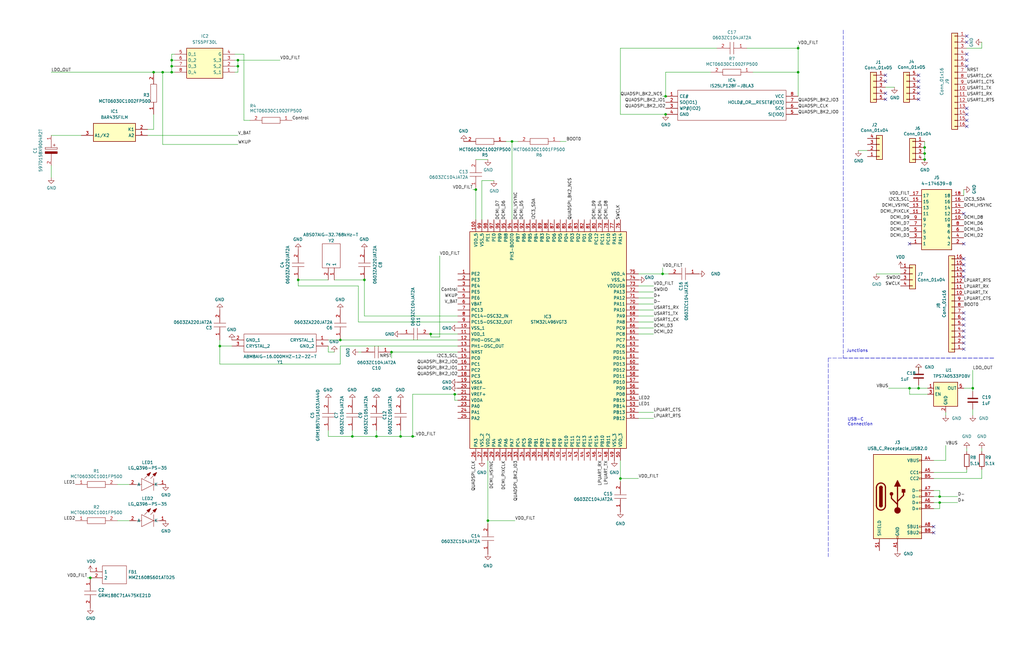
<source format=kicad_sch>
(kicad_sch (version 20231120) (generator "eeschema") (generator_version "8.0")
  (paper "User" 431.8 279.4)
  (junction (at 158.75 184.15))
  (junction (at 125.73 118.11))
  (junction (at 173.99 184.15))
  (junction (at 279.4 115.57))
  (junction (at 387.35 163.83))
  (junction (at 64.77 30.48))
  (junction (at 181.61 140.97))
  (junction (at 280.67 40.64))
  (junction (at 261.62 201.93))
  (junction (at 72.39 25.4))
  (junction (at 200.66 80.01))
  (junction (at 100.33 25.4))
  (junction (at 165.1 148.59))
  (junction (at 100.33 27.94))
  (junction (at 215.9 59.69))
  (junction (at 38.1 243.84))
  (junction (at 168.91 184.15))
  (junction (at 68.58 30.48))
  (junction (at 396.24 209.55))
  (junction (at 389.89 67.31))
  (junction (at 153.67 118.11))
  (junction (at 383.54 163.83))
  (junction (at 280.67 48.26))
  (junction (at 389.89 64.77))
  (junction (at 389.89 62.23))
  (junction (at 191.77 166.37))
  (junction (at 143.51 143.51))
  (junction (at 410.21 163.83))
  (junction (at 92.71 146.05))
  (junction (at 72.39 30.48))
  (junction (at 72.39 27.94))
  (junction (at 396.24 212.09))
  (junction (at 148.59 184.15))
  (junction (at 336.55 20.32))
  (junction (at 205.74 219.71))
  (junction (at 336.55 30.48))
  (no_connect (at 406.4 132.08))
  (no_connect (at 406.4 111.76))
  (no_connect (at 407.67 48.26))
  (no_connect (at 407.67 25.4))
  (no_connect (at 383.54 102.87))
  (no_connect (at 387.35 31.75))
  (no_connect (at 387.35 41.91))
  (no_connect (at 406.4 134.62))
  (no_connect (at 406.4 109.22))
  (no_connect (at 406.4 102.87))
  (no_connect (at 406.4 139.7))
  (no_connect (at 406.4 142.24))
  (no_connect (at 373.38 41.91))
  (no_connect (at 373.38 34.29))
  (no_connect (at 407.67 27.94))
  (no_connect (at 407.67 15.24))
  (no_connect (at 393.7 224.79))
  (no_connect (at 393.7 222.25))
  (no_connect (at 406.4 137.16))
  (no_connect (at 406.4 147.32))
  (no_connect (at 406.4 114.3))
  (no_connect (at 407.67 45.72))
  (no_connect (at 406.4 90.17))
  (no_connect (at 373.38 39.37))
  (no_connect (at 387.35 36.83))
  (no_connect (at 407.67 53.34))
  (no_connect (at 406.4 116.84))
  (no_connect (at 373.38 31.75))
  (no_connect (at 407.67 22.86))
  (no_connect (at 406.4 144.78))
  (no_connect (at 407.67 17.78))
  (no_connect (at 387.35 34.29))
  (no_connect (at 387.35 39.37))
  (no_connect (at 407.67 50.8))
  (wire (pts (xy 389.89 67.31) (xy 389.89 64.77)))
  (wire (pts (xy 100.33 25.4) (xy 118.11 25.4)))
  (wire (pts (xy 100.33 30.48) (xy 99.06 30.48)))
  (wire (pts (xy 165.1 151.13) (xy 165.1 148.59)))
  (wire (pts (xy 369.57 115.57) (xy 379.73 115.57)))
  (wire (pts (xy 261.62 48.26) (xy 261.62 20.32)))
  (wire (pts (xy 173.99 184.15) (xy 168.91 184.15)))
  (wire (pts (xy 68.58 30.48) (xy 68.58 60.96)))
  (wire (pts (xy 396.24 212.09) (xy 403.86 212.09)))
  (wire (pts (xy 72.39 27.94) (xy 73.66 27.94)))
  (wire (pts (xy 64.77 30.48) (xy 68.58 30.48)))
  (wire (pts (xy 143.51 146.05) (xy 193.04 146.05)))
  (wire (pts (xy 102.87 50.8) (xy 105.41 50.8)))
  (wire (pts (xy 410.21 163.83) (xy 410.21 165.1)))
  (wire (pts (xy 383.54 166.37) (xy 383.54 163.83)))
  (wire (pts (xy 38.1 243.84) (xy 36.83 243.84)))
  (wire (pts (xy 200.66 80.01) (xy 199.39 80.01)))
  (polyline (pts (xy 349.25 151.13) (xy 349.25 234.95)) (stroke (width 0) (type dash)))
  (wire (pts (xy 102.87 22.86) (xy 102.87 50.8)))
  (wire (pts (xy 391.16 166.37) (xy 383.54 166.37)))
  (wire (pts (xy 275.59 125.73) (xy 269.24 125.73)))
  (wire (pts (xy 275.59 130.81) (xy 269.24 130.81)))
  (wire (pts (xy 280.67 40.64) (xy 279.4 40.64)))
  (wire (pts (xy 215.9 59.69) (xy 215.9 92.71)))
  (wire (pts (xy 72.39 25.4) (xy 73.66 25.4)))
  (polyline (pts (xy 355.6 151.13) (xy 419.1 151.13)) (stroke (width 0) (type dash)))
  (wire (pts (xy 205.74 219.71) (xy 217.17 219.71)))
  (wire (pts (xy 151.13 135.89) (xy 193.04 135.89)))
  (wire (pts (xy 72.39 25.4) (xy 72.39 27.94)))
  (wire (pts (xy 200.66 67.31) (xy 205.74 67.31)))
  (wire (pts (xy 396.24 209.55) (xy 403.86 209.55)))
  (wire (pts (xy 275.59 133.35) (xy 269.24 133.35)))
  (wire (pts (xy 100.33 27.94) (xy 100.33 30.48)))
  (wire (pts (xy 407.67 189.23) (xy 407.67 190.5)))
  (wire (pts (xy 215.9 59.69) (xy 218.44 59.69)))
  (wire (pts (xy 151.13 148.59) (xy 152.4 148.59)))
  (wire (pts (xy 269.24 201.93) (xy 261.62 201.93)))
  (wire (pts (xy 72.39 30.48) (xy 73.66 30.48)))
  (wire (pts (xy 191.77 166.37) (xy 193.04 166.37)))
  (wire (pts (xy 393.7 194.31) (xy 398.78 194.31)))
  (wire (pts (xy 275.59 173.99) (xy 269.24 173.99)))
  (wire (pts (xy 62.23 57.15) (xy 100.33 57.15)))
  (wire (pts (xy 336.55 20.32) (xy 336.55 30.48)))
  (wire (pts (xy 407.67 199.39) (xy 407.67 198.12)))
  (wire (pts (xy 181.61 142.24) (xy 181.61 140.97)))
  (wire (pts (xy 261.62 20.32) (xy 302.26 20.32)))
  (wire (pts (xy 49.53 219.71) (xy 54.61 219.71)))
  (wire (pts (xy 410.21 156.21) (xy 410.21 163.83)))
  (wire (pts (xy 336.55 40.64) (xy 336.55 30.48)))
  (wire (pts (xy 389.89 62.23) (xy 389.89 59.69)))
  (wire (pts (xy 173.99 184.15) (xy 173.99 166.37)))
  (wire (pts (xy 138.43 118.11) (xy 125.73 118.11)))
  (wire (pts (xy 414.02 189.23) (xy 414.02 190.5)))
  (wire (pts (xy 158.75 181.61) (xy 158.75 184.15)))
  (wire (pts (xy 203.2 92.71) (xy 203.2 76.2)))
  (wire (pts (xy 21.59 74.93) (xy 21.59 69.85)))
  (wire (pts (xy 393.7 199.39) (xy 407.67 199.39)))
  (wire (pts (xy 398.78 175.26) (xy 398.78 173.99)))
  (wire (pts (xy 185.42 142.24) (xy 181.61 142.24)))
  (wire (pts (xy 280.67 48.26) (xy 261.62 48.26)))
  (wire (pts (xy 140.97 148.59) (xy 138.43 148.59)))
  (wire (pts (xy 398.78 194.31) (xy 398.78 187.96)))
  (wire (pts (xy 68.58 30.48) (xy 72.39 30.48)))
  (wire (pts (xy 406.4 80.01) (xy 406.4 82.55)))
  (wire (pts (xy 143.51 153.67) (xy 92.71 153.67)))
  (wire (pts (xy 275.59 123.19) (xy 269.24 123.19)))
  (wire (pts (xy 377.19 36.83) (xy 373.38 36.83)))
  (wire (pts (xy 99.06 27.94) (xy 100.33 27.94)))
  (wire (pts (xy 393.7 214.63) (xy 396.24 214.63)))
  (wire (pts (xy 275.59 140.97) (xy 269.24 140.97)))
  (wire (pts (xy 275.59 135.89) (xy 269.24 135.89)))
  (polyline (pts (xy 419.1 151.13) (xy 349.25 151.13)) (stroke (width 0) (type dash)))
  (wire (pts (xy 387.35 163.83) (xy 391.16 163.83)))
  (wire (pts (xy 165.1 148.59) (xy 193.04 148.59)))
  (wire (pts (xy 205.74 194.31) (xy 205.74 219.71)))
  (wire (pts (xy 393.7 212.09) (xy 396.24 212.09)))
  (wire (pts (xy 387.35 154.94) (xy 387.35 156.21)))
  (wire (pts (xy 336.55 30.48) (xy 317.5 30.48)))
  (wire (pts (xy 97.79 146.05) (xy 92.71 146.05)))
  (wire (pts (xy 68.58 60.96) (xy 100.33 60.96)))
  (wire (pts (xy 173.99 184.15) (xy 175.26 184.15)))
  (wire (pts (xy 21.59 30.48) (xy 64.77 30.48)))
  (wire (pts (xy 138.43 148.59) (xy 138.43 146.05)))
  (wire (pts (xy 73.66 22.86) (xy 72.39 22.86)))
  (wire (pts (xy 279.4 115.57) (xy 281.94 115.57)))
  (wire (pts (xy 49.53 204.47) (xy 54.61 204.47)))
  (wire (pts (xy 407.67 20.32) (xy 414.02 20.32)))
  (wire (pts (xy 64.77 48.26) (xy 64.77 54.61)))
  (wire (pts (xy 92.71 146.05) (xy 92.71 143.51)))
  (wire (pts (xy 148.59 181.61) (xy 148.59 184.15)))
  (wire (pts (xy 365.76 63.5) (xy 361.95 63.5)))
  (wire (pts (xy 138.43 184.15) (xy 138.43 181.61)))
  (wire (pts (xy 191.77 168.91) (xy 191.77 166.37)))
  (wire (pts (xy 406.4 163.83) (xy 410.21 163.83)))
  (wire (pts (xy 72.39 22.86) (xy 72.39 25.4)))
  (wire (pts (xy 387.35 162.56) (xy 387.35 163.83)))
  (wire (pts (xy 153.67 118.11) (xy 140.97 118.11)))
  (wire (pts (xy 205.74 219.71) (xy 205.74 220.98)))
  (wire (pts (xy 275.59 176.53) (xy 269.24 176.53)))
  (wire (pts (xy 191.77 166.37) (xy 173.99 166.37)))
  (wire (pts (xy 383.54 163.83) (xy 387.35 163.83)))
  (wire (pts (xy 168.91 181.61) (xy 168.91 184.15)))
  (wire (pts (xy 185.42 107.95) (xy 185.42 142.24)))
  (wire (pts (xy 374.65 163.83) (xy 383.54 163.83)))
  (wire (pts (xy 92.71 153.67) (xy 92.71 146.05)))
  (wire (pts (xy 275.59 138.43) (xy 269.24 138.43)))
  (wire (pts (xy 143.51 146.05) (xy 143.51 153.67)))
  (wire (pts (xy 280.67 30.48) (xy 299.72 30.48)))
  (wire (pts (xy 389.89 64.77) (xy 389.89 62.23)))
  (wire (pts (xy 148.59 184.15) (xy 138.43 184.15)))
  (wire (pts (xy 200.66 92.71) (xy 200.66 80.01)))
  (wire (pts (xy 62.23 54.61) (xy 64.77 54.61)))
  (wire (pts (xy 261.62 201.93) (xy 261.62 203.2)))
  (wire (pts (xy 275.59 128.27) (xy 269.24 128.27)))
  (wire (pts (xy 213.36 59.69) (xy 215.9 59.69)))
  (wire (pts (xy 151.13 135.89) (xy 151.13 120.65)))
  (wire (pts (xy 280.67 40.64) (xy 280.67 30.48)))
  (wire (pts (xy 414.02 201.93) (xy 414.02 198.12)))
  (wire (pts (xy 279.4 113.03) (xy 279.4 115.57)))
  (wire (pts (xy 393.7 207.01) (xy 396.24 207.01)))
  (wire (pts (xy 181.61 140.97) (xy 193.04 140.97)))
  (wire (pts (xy 125.73 120.65) (xy 125.73 118.11)))
  (wire (pts (xy 143.51 143.51) (xy 193.04 143.51)))
  (wire (pts (xy 396.24 212.09) (xy 396.24 214.63)))
  (wire (pts (xy 99.06 25.4) (xy 100.33 25.4)))
  (wire (pts (xy 261.62 194.31) (xy 261.62 201.93)))
  (polyline (pts (xy 355.6 12.7) (xy 355.6 151.13)) (stroke (width 0) (type dash)))
  (wire (pts (xy 193.04 168.91) (xy 191.77 168.91)))
  (wire (pts (xy 414.02 20.32) (xy 414.02 17.78)))
  (wire (pts (xy 143.51 143.51) (xy 138.43 143.51)))
  (wire (pts (xy 396.24 209.55) (xy 393.7 209.55)))
  (wire (pts (xy 269.24 115.57) (xy 279.4 115.57)))
  (wire (pts (xy 100.33 25.4) (xy 100.33 27.94)))
  (wire (pts (xy 393.7 201.93) (xy 414.02 201.93)))
  (wire (pts (xy 238.76 59.69) (xy 236.22 59.69)))
  (wire (pts (xy 168.91 184.15) (xy 158.75 184.15)))
  (wire (pts (xy 203.2 76.2) (xy 208.28 76.2)))
  (wire (pts (xy 151.13 120.65) (xy 125.73 120.65)))
  (wire (pts (xy 275.59 120.65) (xy 269.24 120.65)))
  (wire (pts (xy 314.96 20.32) (xy 336.55 20.32)))
  (wire (pts (xy 410.21 175.26) (xy 410.21 172.72)))
  (wire (pts (xy 72.39 27.94) (xy 72.39 30.48)))
  (wire (pts (xy 336.55 20.32) (xy 336.55 19.05)))
  (wire (pts (xy 153.67 133.35) (xy 153.67 118.11)))
  (wire (pts (xy 153.67 133.35) (xy 193.04 133.35)))
  (wire (pts (xy 158.75 184.15) (xy 148.59 184.15)))
  (wire (pts (xy 21.59 57.15) (xy 34.29 57.15)))
  (wire (pts (xy 99.06 22.86) (xy 102.87 22.86)))
  (wire (pts (xy 396.24 207.01) (xy 396.24 209.55)))
  (text "Junctions" (at 356.87 148.844 0) (effects (font (size 1.27 1.27)) (justify left bottom)))
  (text "USB-C \nConnection" (at 357.378 179.832 0) (effects (font (size 1.27 1.27)) (justify left bottom)))
  (label "LPUART_TX" (at 406.4 124.46 0))
  (label "D-" (at 403.86 209.55 0))
  (label "DCMI_D9" (at 383.54 92.71 180))
  (label "QUADSPI_BK2_IO0" (at 193.04 153.67 180))
  (label "VDD_FILT" (at 199.39 80.01 180))
  (label "QUADSPI_BK2_IO1" (at 280.67 43.18 180))
  (label "VDD_FILT" (at 269.24 201.93 0))
  (label "USART1_CTS" (at 407.67 35.56 0))
  (label "DCMI_D5" (at 383.54 97.79 180))
  (label "VDD_FILT" (at 175.26 184.15 0))
  (label "QUADSPI_BK2_IO2" (at 193.04 158.75 180))
  (label "VBUS" (at 398.78 187.96 0))
  (label "USART1_RX" (at 407.67 40.64 0))
  (label "QUADSPI_BK2_IO1" (at 193.04 156.21 180))
  (label "DCMI_PIXCLK" (at 213.36 194.31 270))
  (label "SWCLK" (at 261.62 92.71 90))
  (label "I2C3_SDA" (at 226.06 92.71 90))
  (label "I2C3_SDA" (at 406.4 85.09 0))
  (label "DCMI_D5" (at 220.98 92.71 90))
  (label "VDD_FILT" (at 36.83 243.84 180))
  (label "NRST" (at 407.67 30.48 0))
  (label "DCMI_D2" (at 275.59 140.97 0))
  (label "DCMI_D7" (at 383.54 95.25 180))
  (label "DCMI_VSYNC" (at 383.54 87.63 180))
  (label "LED2" (at 31.75 219.71 180))
  (label "D+" (at 403.86 212.09 0))
  (label "QUADSPI_CLK" (at 200.66 194.31 270))
  (label "VDD_FILT" (at 279.4 113.03 0))
  (label "LPUART_RX" (at 406.4 121.92 0))
  (label "D+" (at 275.59 125.73 0))
  (label "DCMI_D3" (at 383.54 100.33 180))
  (label "I2C3_SCL" (at 383.54 85.09 180))
  (label "VDD_FILT" (at 118.11 25.4 0))
  (label "V_BAT" (at 193.04 128.27 180))
  (label "QUADSPI_BK2_IO2" (at 280.67 45.72 180))
  (label "VBUS" (at 374.65 163.83 180))
  (label "Control" (at 123.19 50.8 0))
  (label "LPUART_RTS" (at 275.59 176.53 0))
  (label "I2C3_SCL" (at 193.04 151.13 180))
  (label "LDO_OUT" (at 21.59 30.48 0))
  (label "VDD_FILT" (at 275.59 120.65 0))
  (label "VDD_FILT" (at 336.55 19.05 0))
  (label "DCMI_PIXCLK" (at 383.54 90.17 180))
  (label "BOOT0" (at 406.4 129.54 0))
  (label "QUADSPI_BK2_IO3" (at 218.44 194.31 270))
  (label "QUADSPI_CLK" (at 336.55 45.72 0))
  (label "QUADSPI_BK2_IO3" (at 336.55 43.18 0))
  (label "LPUART_RTS" (at 406.4 119.38 0))
  (label "WKUP" (at 100.33 60.96 0))
  (label "BOOT0" (at 238.76 59.69 0))
  (label "SWDIO" (at 275.59 123.19 0))
  (label "DCMI_D3" (at 275.59 138.43 0))
  (label "VDD_FILT" (at 217.17 219.71 0))
  (label "USART1_CK" (at 407.67 33.02 0))
  (label "LPUART_TX" (at 256.54 194.31 270))
  (label "VDD_FILT" (at 383.54 82.55 180))
  (label "DCMI_VSYNC" (at 218.44 92.71 90))
  (label "Control" (at 193.04 123.19 180))
  (label "USART1_TX" (at 275.59 133.35 0))
  (label "LED1" (at 31.75 204.47 180))
  (label "DCMI_D8" (at 406.4 92.71 0))
  (label "WKUP" (at 193.04 125.73 180))
  (label "LPUART_RX" (at 254 194.31 270))
  (label "SWCLK" (at 379.73 120.65 180))
  (label "DCMI_D2" (at 406.4 100.33 0))
  (label "DCMI_D6" (at 213.36 92.71 90))
  (label "DCMI_D7" (at 210.82 92.71 90))
  (label "DCMI_HSYNC" (at 208.28 194.31 270))
  (label "LED2" (at 269.24 168.91 0))
  (label "DCMI_D4" (at 406.4 97.79 0))
  (label "DCMI_D4" (at 254 92.71 90))
  (label "SWDIO" (at 379.73 118.11 180))
  (label "V_BAT" (at 100.33 57.15 0))
  (label "DCMI_D9" (at 251.46 92.71 90))
  (label "DCMI_D8" (at 256.54 92.71 90))
  (label "D-" (at 275.59 128.27 0))
  (label "DCMI_HSYNC" (at 406.4 87.63 0))
  (label "USART1_TX" (at 407.67 38.1 0))
  (label "USART1_RTS" (at 407.67 43.18 0))
  (label "USART1_CK" (at 275.59 135.89 0))
  (label "LDO_OUT" (at 410.21 156.21 0))
  (label "DCMI_D6" (at 406.4 95.25 0))
  (label "LPUART_CTS" (at 275.59 173.99 0))
  (label "QUADSPI_BK2_IO0" (at 336.55 48.26 0))
  (label "LED1" (at 269.24 171.45 0))
  (label "USART1_RX" (at 275.59 130.81 0))
  (label "NRST" (at 165.1 151.13 180))
  (label "LPUART_CTS" (at 406.4 127 0))
  (label "VDD_FILT" (at 185.42 107.95 0))
  (label "QUADSPI_BK2_NCS" (at 279.4 40.64 180))
  (label "QUADSPI_BK2_NCS" (at 241.3 92.71 90))
  (symbol (lib_id "ta-expt:597D158X9004R2T") (at 21.59 57.15 270) (unit 1)
    (property "Reference" "C1" (at 14.8082 63.5 0))
    (property "Value" "597D158X9004R2T" (at 17.1196 63.5 0))
    (property "Footprint" "ta-expt-v2-100:CAPPC5660X400N" (effects (hide yes)))
    (property "Datasheet" "http://www.vishay.com/doc?40047" (effects (hide yes)))
    (property "Description" "Solid Tantalum Chip Capacitors TANTAMOUNT(TM), Ultra-Low ESR, Conformal Coated, Maximum CV" (effects (hide yes)))
    (property "Height" "4" (effects (hide yes)))
    (property "Manufacturer_Name" "Vishay" (effects (hide yes)))
    (property "Manufacturer_Part_Number" "597D158X9004R2T" (effects (hide yes)))
    (property "Arrow Part Number" "597D158X9004R2T" (effects (hide yes)))
    (property "Arrow Price/Stock" "https://www.arrow.com/en/products/597d158x9004r2t/vishay" (effects (hide yes)))
    (property "Mouser Part Number" "71-597D158X9004R2T" (effects (hide yes)))
    (property "Mouser Price/Stock" "https://www.mouser.com/Search/Refine.aspx?Keyword=71-597D158X9004R2T" (effects (hide yes)))
  )
  (symbol (lib_id "power:GND") (at 21.59 74.93 0) (unit 1)
    (property "Reference" "#PWR01" (effects (hide yes)))
    (property "Value" "GND" (at 21.717 79.3242 0))
  )
  (symbol (lib_id "ta-expt:IS25LP128F-JBLA3") (at 280.67 40.64 0) (unit 1)
    (property "Reference" "IC4" (at 308.61 33.909 0))
    (property "Value" "IS25LP128F-JBLA3" (at 308.61 36.2204 0))
    (property "Footprint" "ta-expt-v2-100:SOIC127P790X216-8N" (effects (hide yes)))
    (property "Datasheet" "http://www.issi.com/WW/pdf/25LP-WP128F.pdf" (effects (hide yes)))
    (property "Description" "NOR Flash 128M 2.3-3.6V 166Mhz Serial NOR Flash" (effects (hide yes)))
    (property "Height" "2.16" (effects (hide yes)))
    (property "Manufacturer_Name" "Integrated Silicon Solution Inc." (effects (hide yes)))
    (property "Manufacturer_Part_Number" "IS25LP128F-JBLA3" (effects (hide yes)))
    (property "Arrow Part Number" "IS25LP128F-JBLA3" (effects (hide yes)))
    (property "Arrow Price/Stock" "https://www.arrow.com/en/products/is25lp128f-jbla3/integrated-silicon-solution-inc" (effects (hide yes)))
    (property "Mouser Part Number" "870-IS25LP128F-JBLA3" (effects (hide yes)))
    (property "Mouser Price/Stock" "https://www.mouser.co.uk/ProductDetail/ISSI/IS25LP128F-JBLA3?qs=f9yNj16SXrJUIEEJAN4gHA%3D%3D" (effects (hide yes)))
  )
  (symbol (lib_id "ta-expt:0603ZC104JAT2A") (at 314.96 20.32 0) (mirror y) (unit 1)
    (property "Reference" "C17" (at 308.61 13.589 0))
    (property "Value" "0603ZC104JAT2A" (at 308.61 15.9004 0))
    (property "Footprint" "ta-expt-v2-100:CAPC1608X90N" (effects (hide yes)))
    (property "Datasheet" "https://componentsearchengine.com/Datasheets/1/06031A100FAT2A.pdf" (effects (hide yes)))
    (property "Description" "Multilayer Ceramic Capacitors MLCC - SMD/SMT 10V .1uF X7R 0603 5%" (effects (hide yes)))
    (property "Height" "0.9" (effects (hide yes)))
    (property "Manufacturer_Name" "AVX" (effects (hide yes)))
    (property "Manufacturer_Part_Number" "0603ZC104JAT2A" (effects (hide yes)))
    (property "Arrow Part Number" "0603ZC104JAT2A" (effects (hide yes)))
    (property "Mouser Part Number" "581-0603ZC104JAT2A" (effects (hide yes)))
    (property "Mouser Price/Stock" "https://www.mouser.com/Search/Refine.aspx?Keyword=581-0603ZC104JAT2A" (effects (hide yes)))
  )
  (symbol (lib_id "ta-expt:MCT06030C1002FP500") (at 317.5 30.48 0) (mirror y) (unit 1)
    (property "Reference" "R7" (at 308.61 24.765 0))
    (property "Value" "MCT06030C1002FP500" (at 308.61 27.0764 0))
    (property "Footprint" "ta-expt-v2-100:RESC1608X55N" (effects (hide yes)))
    (property "Datasheet" "http://www.vishay.com/docs/28705/mcx0x0xpro.pdf" (effects (hide yes)))
    (property "Description" "Thin Film Resistors - SMD .1W 10Kohms 1% 0603 50ppm Auto" (effects (hide yes)))
    (property "Height" "0.55" (effects (hide yes)))
    (property "Manufacturer_Name" "Vishay" (effects (hide yes)))
    (property "Manufacturer_Part_Number" "MCT06030C1002FP500" (effects (hide yes)))
    (property "Arrow Part Number" "MCT06030C1002FP500" (effects (hide yes)))
    (property "Mouser Part Number" "594-MCT06030C1002FP5" (effects (hide yes)))
    (property "Mouser Price/Stock" "https://www.mouser.co.uk/ProductDetail/Vishay-Beyschlag/MCT06030C1002FP500?qs=Wvg1umJc15zoHgIjwqoGHw%3D%3D" (effects (hide yes)))
  )
  (symbol (lib_id "Connector_Generic:Conn_01x16") (at 401.32 129.54 180) (unit 1)
    (property "Reference" "J8" (at 395.732 129.032 90))
    (property "Value" "Conn_01x16" (at 398.1196 128.1684 90))
    (property "Footprint" "ta-expt-v2-100:PinSocket_1x16_TartanArtibeus" (effects (hide yes)))
  )
  (symbol (lib_id "Connector_Generic:Conn_01x16") (at 402.59 33.02 0) (mirror y) (unit 1)
    (property "Reference" "J9" (at 399.415 34.3916 90))
    (property "Value" "Conn_01x16" (at 397.1036 34.3916 90))
    (property "Footprint" "ta-expt-v2-100:PinSocket_1x16_TartanArtibeus" (effects (hide yes)))
  )
  (symbol (lib_id "power:GND") (at 414.02 17.78 270) (unit 1)
    (property "Reference" "#PWR042" (effects (hide yes)))
    (property "Value" "GND" (at 409.6258 17.907 0))
  )
  (symbol (lib_id "ta-expt:MCT06030C1001FP500") (at 31.75 204.47 0) (unit 1)
    (property "Reference" "R1" (at 40.64 198.755 0))
    (property "Value" "MCT06030C1001FP500" (at 40.64 201.0664 0))
    (property "Footprint" "ta-expt-v2-100:RESC1608X55N" (effects (hide yes)))
    (property "Datasheet" "http://www.vishay.com/docs/28705/mcx0x0xpro.pdf" (effects (hide yes)))
    (property "Description" "Thin Film Resistors - SMD .1W 1Kohm 1% 0603 50ppm Auto" (effects (hide yes)))
    (property "Height" "0.55" (effects (hide yes)))
    (property "Manufacturer_Name" "Vishay" (effects (hide yes)))
    (property "Manufacturer_Part_Number" "MCT06030C1001FP500" (effects (hide yes)))
    (property "Arrow Part Number" "MCT06030C1001FP500" (effects (hide yes)))
    (property "Mouser Part Number" "594-MCT06030C1001FP5" (effects (hide yes)))
    (property "Mouser Price/Stock" "https://www.mouser.co.uk/ProductDetail/Vishay-Beyschlag/MCT06030C1001FP500?qs=7ZE6F4QMOBbsjeUdqW8cwA%3D%3D" (effects (hide yes)))
  )
  (symbol (lib_id "ta-expt:MCT06030C1001FP500") (at 31.75 219.71 0) (unit 1)
    (property "Reference" "R2" (at 40.64 213.995 0))
    (property "Value" "MCT06030C1001FP500" (at 40.64 216.3064 0))
    (property "Footprint" "ta-expt-v2-100:RESC1608X55N" (effects (hide yes)))
    (property "Datasheet" "http://www.vishay.com/docs/28705/mcx0x0xpro.pdf" (effects (hide yes)))
    (property "Description" "Thin Film Resistors - SMD .1W 1Kohm 1% 0603 50ppm Auto" (effects (hide yes)))
    (property "Height" "0.55" (effects (hide yes)))
    (property "Manufacturer_Name" "Vishay" (effects (hide yes)))
    (property "Manufacturer_Part_Number" "MCT06030C1001FP500" (effects (hide yes)))
    (property "Arrow Part Number" "MCT06030C1001FP500" (effects (hide yes)))
    (property "Mouser Part Number" "594-MCT06030C1001FP5" (effects (hide yes)))
    (property "Mouser Price/Stock" "https://www.mouser.co.uk/ProductDetail/Vishay-Beyschlag/MCT06030C1001FP500?qs=7ZE6F4QMOBbsjeUdqW8cwA%3D%3D" (effects (hide yes)))
  )
  (symbol (lib_id "ta-expt:LG_Q396-PS-35") (at 69.85 204.47 0) (mirror y) (unit 1)
    (property "Reference" "LED1" (at 62.23 195.1482 0))
    (property "Value" "LG_Q396-PS-35" (at 62.23 197.4596 0))
    (property "Footprint" "ta-expt-v2-100:LGQ396PS35" (effects (hide yes)))
    (property "Datasheet" "https://mouser.componentsearchengine.com/Datasheets/2/LG%20Q396-PS-35.pdf" (effects (hide yes)))
    (property "Description" "CHIPLED 0603 GREEN" (effects (hide yes)))
    (property "Height" "0.4" (effects (hide yes)))
    (property "Manufacturer_Name" "OSRAM" (effects (hide yes)))
    (property "Manufacturer_Part_Number" "LG Q396-PS-35" (effects (hide yes)))
    (property "Arrow Part Number" "LG Q396-PS-35" (effects (hide yes)))
    (property "Arrow Price/Stock" "https://www.arrow.com/en/products/lgq396-ps-35/osram-opto-semiconductors" (effects (hide yes)))
    (property "Mouser Part Number" "720-LGQ396A3964" (effects (hide yes)))
    (property "Mouser Price/Stock" "https://www.mouser.co.uk/ProductDetail/OSRAM-Opto-Semiconductors/LG-Q396-PS-35?qs=xC%252BE9h5iuX5%252BCocujXxOpw%3D%3D" (effects (hide yes)))
  )
  (symbol (lib_id "power:GND") (at 69.85 204.47 0) (unit 1)
    (property "Reference" "#PWR04" (effects (hide yes)))
    (property "Value" "GND" (at 69.977 208.8642 0))
  )
  (symbol (lib_id "ta-expt:LG_Q396-PS-35") (at 69.85 219.71 0) (mirror y) (unit 1)
    (property "Reference" "LED2" (at 62.23 210.3882 0))
    (property "Value" "LG_Q396-PS-35" (at 62.23 212.6996 0))
    (property "Footprint" "ta-expt-v2-100:LGQ396PS35" (effects (hide yes)))
    (property "Datasheet" "https://mouser.componentsearchengine.com/Datasheets/2/LG%20Q396-PS-35.pdf" (effects (hide yes)))
    (property "Description" "CHIPLED 0603 GREEN" (effects (hide yes)))
    (property "Height" "0.4" (effects (hide yes)))
    (property "Manufacturer_Name" "OSRAM" (effects (hide yes)))
    (property "Manufacturer_Part_Number" "LG Q396-PS-35" (effects (hide yes)))
    (property "Arrow Part Number" "LG Q396-PS-35" (effects (hide yes)))
    (property "Arrow Price/Stock" "https://www.arrow.com/en/products/lgq396-ps-35/osram-opto-semiconductors" (effects (hide yes)))
    (property "Mouser Part Number" "720-LGQ396A3964" (effects (hide yes)))
    (property "Mouser Price/Stock" "https://www.mouser.co.uk/ProductDetail/OSRAM-Opto-Semiconductors/LG-Q396-PS-35?qs=xC%252BE9h5iuX5%252BCocujXxOpw%3D%3D" (effects (hide yes)))
  )
  (symbol (lib_id "power:GND") (at 69.85 219.71 0) (unit 1)
    (property "Reference" "#PWR05" (effects (hide yes)))
    (property "Value" "GND" (at 69.977 224.1042 0))
  )
  (symbol (lib_id "Connector_Generic:Conn_01x04") (at 384.81 115.57 0) (unit 1)
    (property "Reference" "J7" (at 386.842 115.7732 0) (effects (justify left)))
    (property "Value" "Conn_01x04" (at 386.842 118.0846 0) (effects (justify left)))
    (property "Footprint" "ta-expt-v2-100:PinSocket_4x1_TartanArtibeus" (effects (hide yes)))
  )
  (symbol (lib_id "power:GND") (at 369.57 115.57 0) (unit 1)
    (property "Reference" "#PWR032" (effects (hide yes)))
    (property "Value" "GND" (at 369.697 119.9642 0))
  )
  (symbol (lib_id "Connector_Generic:Conn_01x04") (at 370.84 63.5 0) (mirror x) (unit 1)
    (property "Reference" "J2" (at 368.7572 52.705 0))
    (property "Value" "Conn_01x04" (at 368.7572 55.0164 0))
    (property "Footprint" "ta-expt-v2-100:PinSocket_4x1_TartanArtibeus" (effects (hide yes)))
  )
  (symbol (lib_id "power:VDD") (at 379.73 113.03 0) (unit 1)
    (property "Reference" "#PWR035" (effects (hide yes)))
    (property "Value" "VDD" (at 379.73 108.458 0))
  )
  (symbol (lib_id "ta-expt:MMZ1608S601ATD25") (at 38.1 241.3 0) (unit 1)
    (property "Reference" "FB1" (at 54.0512 241.4016 0) (effects (justify left)))
    (property "Value" "MMZ1608S601ATD25" (at 54.0512 243.713 0) (effects (justify left)))
    (property "Footprint" "ta-expt-v2-100:BEADC1608X95N" (effects (hide yes)))
    (property "Datasheet" "https://datasheet.datasheetarchive.com/originals/dk/DKDS-25/489214.pdf" (effects (hide yes)))
    (property "Description" "Ferrite Beads Multi-Layer 600Ohm 25% 100MHz 500mA 350mOhm DCR 0603 Automotive T/R" (effects (hide yes)))
    (property "Height" "0.95" (effects (hide yes)))
    (property "Manufacturer_Name" "TDK" (effects (hide yes)))
    (property "Manufacturer_Part_Number" "MMZ1608S601ATD25" (effects (hide yes)))
    (property "Arrow Part Number" "MMZ1608S601ATD25" (effects (hide yes)))
    (property "Arrow Price/Stock" "https://www.arrow.com/en/products/mmz1608s601atd25/tdk" (effects (hide yes)))
    (property "Mouser Part Number" "810-MMZ1608S601ATD25" (effects (hide yes)))
    (property "Mouser Price/Stock" "https://www.mouser.com/Search/Refine.aspx?Keyword=810-MMZ1608S601ATD25" (effects (hide yes)))
  )
  (symbol (lib_id "Connector_Generic:Conn_01x05") (at 382.27 36.83 180) (unit 1)
    (property "Reference" "J4" (at 384.3528 26.035 0))
    (property "Value" "Conn_01x05" (at 384.3528 28.3464 0))
    (property "Footprint" "ta-expt-v2-100:PinSocket_1x5_TartanArtibeus" (effects (hide yes)))
  )
  (symbol (lib_id "ta-expt:GRM188C71A475KE21D") (at 38.1 243.84 270) (unit 1)
    (property "Reference" "C2" (at 41.3512 249.0216 90) (effects (justify left)))
    (property "Value" "GRM188C71A475KE21D" (at 41.3512 251.333 90) (effects (justify left)))
    (property "Footprint" "ta-expt-v2-100:CAPC1608X90N" (effects (hide yes)))
    (property "Description" "Multilayer Ceramic Capacitors MLCC - SMD/SMT" (effects (hide yes)))
    (property "Height" "0.9" (effects (hide yes)))
    (property "Manufacturer_Name" "Murata Electronics" (effects (hide yes)))
    (property "Manufacturer_Part_Number" "GRM188C71A475KE21D" (effects (hide yes)))
    (property "Arrow Part Number" "GRM188C71A475KE21D" (effects (hide yes)))
    (property "Mouser Part Number" "81-GRM188C71A475KE2D" (effects (hide yes)))
    (property "Mouser Price/Stock" "https://www.mouser.com/Search/Refine.aspx?Keyword=81-GRM188C71A475KE2D" (effects (hide yes)))
  )
  (symbol (lib_id "power:GND") (at 38.1 256.54 0) (unit 1)
    (property "Reference" "#PWR03" (effects (hide yes)))
    (property "Value" "GND" (at 38.227 260.9342 0))
  )
  (symbol (lib_id "power:VDD") (at 38.1 241.3 0) (unit 1)
    (property "Reference" "#PWR02" (effects (hide yes)))
    (property "Value" "VDD" (at 38.481 236.9058 0))
  )
  (symbol (lib_id "Connector_Generic:Conn_01x05") (at 368.3 36.83 0) (mirror y) (unit 1)
    (property "Reference" "J1" (at 370.3828 26.2382 0))
    (property "Value" "Conn_01x05" (at 370.3828 28.5496 0))
    (property "Footprint" "ta-expt-v2-100:PinSocket_1x5_TartanArtibeus" (effects (hide yes)))
  )
  (symbol (lib_id "power:GND") (at 361.95 63.5 0) (unit 1)
    (property "Reference" "#PWR031" (effects (hide yes)))
    (property "Value" "GND" (at 362.077 67.8942 0))
  )
  (symbol (lib_id "power:GND") (at 377.19 36.83 0) (unit 1)
    (property "Reference" "#PWR033" (effects (hide yes)))
    (property "Value" "GND" (at 377.317 41.2242 0))
  )
  (symbol (lib_id "power:GND") (at 280.67 48.26 0) (unit 1)
    (property "Reference" "#PWR029" (effects (hide yes)))
    (property "Value" "GND" (at 280.797 52.6542 0))
  )
  (symbol (lib_id "Connector_Generic:Conn_01x04") (at 384.81 62.23 0) (mirror y) (unit 1)
    (property "Reference" "J6" (at 386.8928 54.1782 0))
    (property "Value" "Conn_01x04" (at 386.8928 56.4896 0))
    (property "Footprint" "ta-expt-v2-100:MountingHoles_TartanArtibeus" (effects (hide yes)))
  )
  (symbol (lib_id "power:GND") (at 389.89 67.31 0) (unit 1)
    (property "Reference" "#PWR037" (effects (hide yes)))
    (property "Value" "GND" (at 390.017 71.7042 0))
  )
  (symbol (lib_id "ta-expt:0603ZC105JAT2A") (at 168.91 181.61 90) (unit 1)
    (property "Reference" "C12" (at 162.179 175.26 0))
    (property "Value" "0603ZC105JAT2A" (at 164.4904 175.26 0))
    (property "Footprint" "ta-expt-v2-100:CAPC1608X90N" (effects (hide yes)))
    (property "Datasheet" "https://componentsearchengine.com/Datasheets/1/06031A100FAT2A.pdf" (effects (hide yes)))
    (property "Description" "Multilayer Ceramic Capacitors MLCC - SMD/SMT FACTORY NOT ACCEPTING ORDERS" (effects (hide yes)))
    (property "Height" "0.9" (effects (hide yes)))
    (property "Manufacturer_Name" "AVX" (effects (hide yes)))
    (property "Manufacturer_Part_Number" "0603ZC105JAT2A" (effects (hide yes)))
    (property "Arrow Part Number" "0603ZC105JAT2A" (effects (hide yes)))
    (property "Arrow Price/Stock" "https://www.arrow.com/en/products/0603zc105jat2a/avx" (effects (hide yes)))
    (property "Mouser Part Number" "581-0603ZC105JAT2A" (effects (hide yes)))
    (property "Mouser Price/Stock" "https://www.mouser.com/Search/Refine.aspx?Keyword=581-0603ZC105JAT2A" (effects (hide yes)))
  )
  (symbol (lib_id "ta-expt:0603ZC104JAT2A") (at 205.74 233.68 270) (mirror x) (unit 1)
    (property "Reference" "C14" (at 202.4888 226.1616 90) (effects (justify right)))
    (property "Value" "0603ZC104JAT2A" (at 202.4888 228.473 90) (effects (justify right)))
    (property "Footprint" "ta-expt-v2-100:CAPC1608X90N" (effects (hide yes)))
    (property "Datasheet" "https://componentsearchengine.com/Datasheets/1/06031A100FAT2A.pdf" (effects (hide yes)))
    (property "Description" "Multilayer Ceramic Capacitors MLCC - SMD/SMT 10V .1uF X7R 0603 5%" (effects (hide yes)))
    (property "Height" "0.9" (effects (hide yes)))
    (property "Manufacturer_Name" "AVX" (effects (hide yes)))
    (property "Manufacturer_Part_Number" "0603ZC104JAT2A" (effects (hide yes)))
    (property "Arrow Part Number" "0603ZC104JAT2A" (effects (hide yes)))
    (property "Mouser Part Number" "581-0603ZC104JAT2A" (effects (hide yes)))
    (property "Mouser Price/Stock" "https://www.mouser.com/Search/Refine.aspx?Keyword=581-0603ZC104JAT2A" (effects (hide yes)))
  )
  (symbol (lib_id "ta-expt:0603ZA220JAT2A") (at 125.73 118.11 90) (unit 1)
    (property "Reference" "C4" (at 118.999 111.76 0))
    (property "Value" "0603ZA220JAT2A" (at 121.3104 111.76 0))
    (property "Footprint" "ta-expt-v2-100:CAPC1608X90N" (effects (hide yes)))
    (property "Datasheet" "https://componentsearchengine.com/Datasheets/1/06031A100FAT2A.pdf" (effects (hide yes)))
    (property "Description" "Multilayer Ceramic Capacitors MLCC - SMD/SMT 10V 22pF C0G 0603 5% Tol" (effects (hide yes)))
    (property "Height" "0.9" (effects (hide yes)))
    (property "Manufacturer_Name" "AVX" (effects (hide yes)))
    (property "Manufacturer_Part_Number" "0603ZA220JAT2A" (effects (hide yes)))
    (property "Arrow Part Number" "0603ZA220JAT2A" (effects (hide yes)))
    (property "Arrow Price/Stock" "https://www.arrow.com/en/products/0603za220jat2a/avx" (effects (hide yes)))
    (property "Mouser Part Number" "581-0603ZA220JAT2A" (effects (hide yes)))
    (property "Mouser Price/Stock" "https://www.mouser.com/Search/Refine.aspx?Keyword=581-0603ZA220JAT2A" (effects (hide yes)))
  )
  (symbol (lib_id "Device:R") (at 407.67 194.31 0) (unit 1)
    (property "Reference" "R8" (at 408.94 193.04 0) (effects (justify left)))
    (property "Value" "5.1k" (at 408.94 195.58 0) (effects (justify left)))
    (property "Footprint" "ta-expt-v2-100:RESC1608X55N" (effects (hide yes)))
    (property "Datasheet" "MCT06030C5101FP500" (effects (hide yes)))
  )
  (symbol (lib_id "power:GND") (at 168.91 168.91 180) (unit 1)
    (property "Reference" "#PWR017" (effects (hide yes)))
    (property "Value" "GND" (at 168.783 164.5158 0))
  )
  (symbol (lib_name "GND_1") (lib_id "power:GND") (at 168.91 140.97 270) (unit 1)
    (property "Reference" "#PWR016" (effects (hide yes)))
    (property "Value" "GND" (at 166.37 140.9699 90) (effects (justify right)))
    (property "Description" "Power symbol creates a global label with name \"GND\" , ground" (effects (hide yes)))
  )
  (symbol (lib_id "ta-expt:0603ZC104JAT2A") (at 200.66 80.01 270) (mirror x) (unit 1)
    (property "Reference" "C13" (at 197.4088 72.4916 90) (effects (justify right)))
    (property "Value" "0603ZC104JAT2A" (at 197.4088 74.803 90) (effects (justify right)))
    (property "Footprint" "ta-expt-v2-100:CAPC1608X90N" (effects (hide yes)))
    (property "Datasheet" "https://componentsearchengine.com/Datasheets/1/06031A100FAT2A.pdf" (effects (hide yes)))
    (property "Description" "Multilayer Ceramic Capacitors MLCC - SMD/SMT 10V .1uF X7R 0603 5%" (effects (hide yes)))
    (property "Height" "0.9" (effects (hide yes)))
    (property "Manufacturer_Name" "AVX" (effects (hide yes)))
    (property "Manufacturer_Part_Number" "0603ZC104JAT2A" (effects (hide yes)))
    (property "Arrow Part Number" "0603ZC104JAT2A" (effects (hide yes)))
    (property "Mouser Part Number" "581-0603ZC104JAT2A" (effects (hide yes)))
    (property "Mouser Price/Stock" "https://www.mouser.com/Search/Refine.aspx?Keyword=581-0603ZC104JAT2A" (effects (hide yes)))
  )
  (symbol (lib_id "ta-expt:0603ZC104JAT2A") (at 165.1 148.59 180) (unit 1)
    (property "Reference" "C10" (at 158.75 155.321 0))
    (property "Value" "0603ZC104JAT2A" (at 158.75 153.0096 0))
    (property "Footprint" "ta-expt-v2-100:CAPC1608X90N" (effects (hide yes)))
    (property "Datasheet" "https://componentsearchengine.com/Datasheets/1/06031A100FAT2A.pdf" (effects (hide yes)))
    (property "Description" "Multilayer Ceramic Capacitors MLCC - SMD/SMT 10V .1uF X7R 0603 5%" (effects (hide yes)))
    (property "Height" "0.9" (effects (hide yes)))
    (property "Manufacturer_Name" "AVX" (effects (hide yes)))
    (property "Manufacturer_Part_Number" "0603ZC104JAT2A" (effects (hide yes)))
    (property "Arrow Part Number" "0603ZC104JAT2A" (effects (hide yes)))
    (property "Mouser Part Number" "581-0603ZC104JAT2A" (effects (hide yes)))
    (property "Mouser Price/Stock" "https://www.mouser.com/Search/Refine.aspx?Keyword=581-0603ZC104JAT2A" (effects (hide yes)))
  )
  (symbol (lib_id "power:GND") (at 387.35 156.21 180) (unit 1)
    (property "Reference" "#PWR036" (effects (hide yes)))
    (property "Value" "GND" (at 389.89 154.9399 0) (effects (justify right)))
  )
  (symbol (lib_id "power:GND") (at 143.51 130.81 180) (unit 1)
    (property "Reference" "#PWR011" (effects (hide yes)))
    (property "Value" "GND" (at 143.383 126.4158 0))
  )
  (symbol (lib_name "GND_1") (lib_id "power:GND") (at 294.64 115.57 90) (unit 1)
    (property "Reference" "#PWR030" (effects (hide yes)))
    (property "Value" "GND" (at 299.72 115.5699 90) (effects (justify right)))
    (property "Description" "Power symbol creates a global label with name \"GND\" , ground" (effects (hide yes)))
  )
  (symbol (lib_id "STS5PF30L:STS5PF30L") (at 99.06 30.48 180) (unit 1)
    (property "Reference" "IC2" (at 86.36 15.24 0))
    (property "Value" "STS5PF30L" (at 86.36 17.78 0))
    (property "Footprint" "ta-expt-v2-100:SOIC127P600X175-8N" (effects (hide yes)))
    (property "Datasheet" "http://www.st.com/st-web-ui/static/active/en/resource/technical/document/datasheet/CD00001945.pdf" (effects (hide yes)))
    (property "Description" "STS5PF30L, P-channel MOSFET Transistor 5A 30V, 8-Pin SO" (effects (hide yes)))
    (property "Height" "1.75" (effects (hide yes)))
    (property "Manufacturer_Name" "STMicroelectronics" (effects (hide yes)))
    (property "Manufacturer_Part_Number" "STS5PF30L" (effects (hide yes)))
    (property "Mouser Part Number" "511-STS5PF30L" (effects (hide yes)))
    (property "Mouser Price/Stock" "https://www.mouser.com/Search/Refine.aspx?Keyword=511-STS5PF30L" (effects (hide yes)))
    (property "Arrow Part Number" "STS5PF30L" (effects (hide yes)))
    (property "Arrow Price/Stock" "https://www.arrow.com/en/products/sts5pf30l/stmicroelectronics" (effects (hide yes)))
  )
  (symbol (lib_id "ta-expt:MCT06030C1002FP500") (at 213.36 59.69 180) (unit 1)
    (property "Reference" "R5" (at 204.47 65.405 0))
    (property "Value" "MCT06030C1002FP500" (at 204.47 63.0936 0))
    (property "Footprint" "ta-expt-v2-100:RESC1608X55N" (effects (hide yes)))
    (property "Datasheet" "http://www.vishay.com/docs/28705/mcx0x0xpro.pdf" (effects (hide yes)))
    (property "Description" "Thin Film Resistors - SMD .1W 10Kohms 1% 0603 50ppm Auto" (effects (hide yes)))
    (property "Height" "0.55" (effects (hide yes)))
    (property "Manufacturer_Name" "Vishay" (effects (hide yes)))
    (property "Manufacturer_Part_Number" "MCT06030C1002FP500" (effects (hide yes)))
    (property "Arrow Part Number" "MCT06030C1002FP500" (effects (hide yes)))
    (property "Mouser Part Number" "594-MCT06030C1002FP5" (effects (hide yes)))
    (property "Mouser Price/Stock" "https://www.mouser.co.uk/ProductDetail/Vishay-Beyschlag/MCT06030C1002FP500?qs=Wvg1umJc15zoHgIjwqoGHw%3D%3D" (effects (hide yes)))
  )
  (symbol (lib_id "power:GND") (at 153.67 105.41 180) (unit 1)
    (property "Reference" "#PWR014" (effects (hide yes)))
    (property "Value" "GND" (at 153.543 101.0158 0))
  )
  (symbol (lib_id "power:GND") (at 414.02 189.23 180) (unit 1)
    (property "Reference" "#PWR043" (effects (hide yes)))
    (property "Value" "GND" (at 414.02 184.15 0))
  )
  (symbol (lib_name "GND_1") (lib_id "power:GND") (at 203.2 194.31 0) (unit 1)
    (property "Reference" "#PWR022" (effects (hide yes)))
    (property "Value" "GND" (at 203.2 199.39 0))
    (property "Description" "Power symbol creates a global label with name \"GND\" , ground" (effects (hide yes)))
  )
  (symbol (lib_id "BAR43SFILM:BAR43SFILM") (at 62.23 57.15 180) (unit 1)
    (property "Reference" "IC1" (at 48.26 46.99 0))
    (property "Value" "BAR43SFILM" (at 48.26 49.53 0))
    (property "Footprint" "ta-expt-v2-100:SOTFL50P160X78-3N" (effects (hide yes)))
    (property "Datasheet" "http://www.st.com/st-web-ui/static/active/en/resource/technical/document/datasheet/CD00000764.pdf" (effects (hide yes)))
    (property "Description" "BAR43SFILM, Schottky Diode,  0.1A max, 30V 5ns Dual, 3-Pin, SOT-23" (effects (hide yes)))
    (property "Height" "1.5" (effects (hide yes)))
    (property "Manufacturer_Name" "STMicroelectronics" (effects (hide yes)))
    (property "Manufacturer_Part_Number" "BAR43SFILM" (effects (hide yes)))
    (property "Mouser Part Number" "511-BAR43SFILM" (effects (hide yes)))
    (property "Mouser Price/Stock" "https://www.mouser.co.uk/ProductDetail/STMicroelectronics/BAR43SFILM?qs=QD4S45kuY2oNwRQsBwsPGQ%3D%3D" (effects (hide yes)))
    (property "Arrow Part Number" "BAR43SFILM" (effects (hide yes)))
    (property "Arrow Price/Stock" "https://www.arrow.com/en/products/bar43sfilm/stmicroelectronics?region=europe" (effects (hide yes)))
  )
  (symbol (lib_id "power:GND") (at 92.71 130.81 180) (unit 1)
    (property "Reference" "#PWR06" (effects (hide yes)))
    (property "Value" "GND" (at 92.583 126.4158 0))
  )
  (symbol (lib_id "power:GND") (at 125.73 105.41 180) (unit 1)
    (property "Reference" "#PWR08" (effects (hide yes)))
    (property "Value" "GND" (at 125.603 101.0158 0))
  )
  (symbol (lib_id "power:GND") (at 195.58 59.69 180) (unit 1)
    (property "Reference" "#PWR021" (effects (hide yes)))
    (property "Value" "GND" (at 195.453 55.2958 0))
  )
  (symbol (lib_id "Regulator_Linear:TPS7A0533PDBV") (at 398.78 166.37 0) (unit 1)
    (property "Reference" "U1" (at 400.05 156.21 0))
    (property "Value" "TPS7A0533PDBV" (at 401.32 158.75 0))
    (property "Footprint" "Package_TO_SOT_SMD:SOT-23-5" (effects (hide yes)))
    (property "Datasheet" "https://www.ti.com/lit/ds/symlink/tps7a05.pdf" (effects (hide yes)))
  )
  (symbol (lib_id "power:GND") (at 148.59 168.91 180) (unit 1)
    (property "Reference" "#PWR012" (effects (hide yes)))
    (property "Value" "GND" (at 148.463 164.5158 0))
  )
  (symbol (lib_id "ta-expt:0603ZC104JAT2A") (at 294.64 115.57 0) (mirror y) (unit 1)
    (property "Reference" "C16" (at 287.1216 118.8212 90) (effects (justify right)))
    (property "Value" "0603ZC104JAT2A" (at 289.433 118.8212 90) (effects (justify right)))
    (property "Footprint" "ta-expt-v2-100:CAPC1608X90N" (effects (hide yes)))
    (property "Datasheet" "https://componentsearchengine.com/Datasheets/1/06031A100FAT2A.pdf" (effects (hide yes)))
    (property "Description" "Multilayer Ceramic Capacitors MLCC - SMD/SMT 10V .1uF X7R 0603 5%" (effects (hide yes)))
    (property "Height" "0.9" (effects (hide yes)))
    (property "Manufacturer_Name" "AVX" (effects (hide yes)))
    (property "Manufacturer_Part_Number" "0603ZC104JAT2A" (effects (hide yes)))
    (property "Arrow Part Number" "0603ZC104JAT2A" (effects (hide yes)))
    (property "Mouser Part Number" "581-0603ZC104JAT2A" (effects (hide yes)))
    (property "Mouser Price/Stock" "https://www.mouser.com/Search/Refine.aspx?Keyword=581-0603ZC104JAT2A" (effects (hide yes)))
  )
  (symbol (lib_id "ta-expt:MCT06030C1001FP500") (at 236.22 59.69 180) (unit 1)
    (property "Reference" "R6" (at 227.33 65.405 0))
    (property "Value" "MCT06030C1001FP500" (at 227.33 63.0936 0))
    (property "Footprint" "ta-expt-v2-100:RESC1608X55N" (effects (hide yes)))
    (property "Datasheet" "http://www.vishay.com/docs/28705/mcx0x0xpro.pdf" (effects (hide yes)))
    (property "Description" "Thin Film Resistors - SMD .1W 1Kohm 1% 0603 50ppm Auto" (effects (hide yes)))
    (property "Height" "0.55" (effects (hide yes)))
    (property "Manufacturer_Name" "Vishay" (effects (hide yes)))
    (property "Manufacturer_Part_Number" "MCT06030C1001FP500" (effects (hide yes)))
    (property "Arrow Part Number" "MCT06030C1001FP500" (effects (hide yes)))
    (property "Mouser Part Number" "594-MCT06030C1001FP5" (effects (hide yes)))
    (property "Mouser Price/Stock" "https://www.mouser.co.uk/ProductDetail/Vishay-Beyschlag/MCT06030C1001FP500?qs=7ZE6F4QMOBbsjeUdqW8cwA%3D%3D" (effects (hide yes)))
  )
  (symbol (lib_id "ta-expt:MCT06030C1002FP500") (at 64.77 48.26 90) (unit 1)
    (property "Reference" "R3" (at 61.722 40.132 90))
    (property "Value" "MCT06030C1002FP500" (at 52.578 42.672 90))
    (property "Footprint" "ta-expt-v2-100:RESC1608X55N" (effects (hide yes)))
    (property "Datasheet" "http://www.vishay.com/docs/28705/mcx0x0xpro.pdf" (effects (hide yes)))
    (property "Description" "Thin Film Resistors - SMD .1W 10Kohms 1% 0603 50ppm Auto" (effects (hide yes)))
    (property "Height" "0.55" (effects (hide yes)))
    (property "Manufacturer_Name" "Vishay" (effects (hide yes)))
    (property "Manufacturer_Part_Number" "MCT06030C1002FP500" (effects (hide yes)))
    (property "Arrow Part Number" "MCT06030C1002FP500" (effects (hide yes)))
    (property "Mouser Part Number" "594-MCT06030C1002FP5" (effects (hide yes)))
    (property "Mouser Price/Stock" "https://www.mouser.co.uk/ProductDetail/Vishay-Beyschlag/MCT06030C1002FP500?qs=Wvg1umJc15zoHgIjwqoGHw%3D%3D" (effects (hide yes)))
  )
  (symbol (lib_id "power:GND") (at 205.74 67.31 0) (unit 1)
    (property "Reference" "#PWR023" (effects (hide yes)))
    (property "Value" "GND" (at 205.867 71.7042 0))
  )
  (symbol (lib_name "GND_1") (lib_id "power:GND") (at 259.08 194.31 0) (unit 1)
    (property "Reference" "#PWR026" (effects (hide yes)))
    (property "Value" "GND" (at 259.08 199.39 0))
    (property "Description" "Power symbol creates a global label with name \"GND\" , ground" (effects (hide yes)))
  )
  (symbol (lib_name "GND_1") (lib_id "power:GND") (at 269.24 118.11 90) (unit 1)
    (property "Reference" "#PWR028" (effects (hide yes)))
    (property "Value" "GND" (at 271.78 117.094 90) (effects (justify right)))
    (property "Description" "Power symbol creates a global label with name \"GND\" , ground" (effects (hide yes)))
  )
  (symbol (lib_id "power:GND") (at 140.97 148.59 180) (unit 1)
    (property "Reference" "#PWR010" (effects (hide yes)))
    (property "Value" "GND" (at 140.843 144.1958 0))
  )
  (symbol (lib_id "ta-expt:ABM8AIG-16.000MHZ-12-2Z-T") (at 138.43 146.05 180) (unit 1)
    (property "Reference" "Y1" (at 118.11 152.781 0))
    (property "Value" "ABM8AIG-16.000MHZ-12-2Z-T" (at 118.11 150.4696 0))
    (property "Footprint" "ta-expt-v2-100:ABM8AIG25000MHZ122ZT3" (effects (hide yes)))
    (property "Datasheet" "https://abracon.com/AIGcrystals/ABM8AIG.pdf" (effects (hide yes)))
    (property "Description" "Crystals 16MHz 12pF 20ppm ESR 70 -40C +125C" (effects (hide yes)))
    (property "Height" "0" (effects (hide yes)))
    (property "Manufacturer_Name" "ABRACON" (effects (hide yes)))
    (property "Manufacturer_Part_Number" "ABM8AIG-16.000MHZ-12-2Z-T" (effects (hide yes)))
    (property "Arrow Part Number" "ABM8AIG-16.000MHZ-12-2Z-T" (effects (hide yes)))
    (property "Arrow Price/Stock" "https://www.arrow.com/en/products/abm8aig-16.000mhz-12-2z-t/abracon" (effects (hide yes)))
    (property "Mouser Part Number" "815-ABM8AIG16122ZT" (effects (hide yes)))
    (property "Mouser Price/Stock" "https://www.mouser.co.uk/ProductDetail/ABRACON/ABM8AIG-16000MHz-12-2Z-T?qs=0lSvoLzn4L%252BUIAOr0k1I%2Fg%3D%3D" (effects (hide yes)))
  )
  (symbol (lib_name "GND_1") (lib_id "power:GND") (at 193.04 161.29 270) (unit 1)
    (property "Reference" "#PWR019" (effects (hide yes)))
    (property "Value" "GND" (at 190.5 161.2899 90) (effects (justify right)))
    (property "Description" "Power symbol creates a global label with name \"GND\" , ground" (effects (hide yes)))
  )
  (symbol (lib_id "Device:R") (at 414.02 194.31 0) (unit 1)
    (property "Reference" "R9" (at 415.29 193.04 0) (effects (justify left)))
    (property "Value" "5.1k" (at 415.29 195.58 0) (effects (justify left)))
    (property "Footprint" "ta-expt-v2-100:RESC1608X55N" (effects (hide yes)))
    (property "Datasheet" "MCT06030C5101FP500" (effects (hide yes)))
  )
  (symbol (lib_name "GND_1") (lib_id "power:GND") (at 193.04 138.43 270) (unit 1)
    (property "Reference" "#PWR018" (effects (hide yes)))
    (property "Value" "GND" (at 190.5 138.4299 90) (effects (justify right)))
    (property "Description" "Power symbol creates a global label with name \"GND\" , ground" (effects (hide yes)))
  )
  (symbol (lib_id "power:GND") (at 410.21 175.26 0) (unit 1)
    (property "Reference" "#PWR041" (effects (hide yes)))
    (property "Value" "GND" (at 412.75 176.5299 0) (effects (justify left)))
  )
  (symbol (lib_id "ta-expt:0603ZC105JAT2A") (at 158.75 181.61 90) (unit 1)
    (property "Reference" "C9" (at 152.019 175.26 0))
    (property "Value" "0603ZC105JAT2A" (at 154.3304 175.26 0))
    (property "Footprint" "ta-expt-v2-100:CAPC1608X90N" (effects (hide yes)))
    (property "Datasheet" "https://componentsearchengine.com/Datasheets/1/06031A100FAT2A.pdf" (effects (hide yes)))
    (property "Description" "Multilayer Ceramic Capacitors MLCC - SMD/SMT FACTORY NOT ACCEPTING ORDERS" (effects (hide yes)))
    (property "Height" "0.9" (effects (hide yes)))
    (property "Manufacturer_Name" "AVX" (effects (hide yes)))
    (property "Manufacturer_Part_Number" "0603ZC105JAT2A" (effects (hide yes)))
    (property "Arrow Part Number" "0603ZC105JAT2A" (effects (hide yes)))
    (property "Arrow Price/Stock" "https://www.arrow.com/en/products/0603zc105jat2a/avx" (effects (hide yes)))
    (property "Mouser Part Number" "581-0603ZC105JAT2A" (effects (hide yes)))
    (property "Mouser Price/Stock" "https://www.mouser.com/Search/Refine.aspx?Keyword=581-0603ZC105JAT2A" (effects (hide yes)))
  )
  (symbol (lib_id "4-174639-8:4-174639-8") (at 383.54 82.55 0) (unit 1)
    (property "Reference" "J5" (at 394.97 74.93 0))
    (property "Value" "4-174639-8" (at 394.97 77.47 0))
    (property "Footprint" "ta-expt-v2-100:41746398" (effects (hide yes)))
    (property "Datasheet" "https://www.te.com/commerce/DocumentDelivery/DDEController?Action=showdoc&DocId=Customer+Drawing%7F174639%7FP3%7Fpdf%7FEnglish%7FENG_CD_174639_P3.pdf%7F4-174639-8" (effects (hide yes)))
    (property "Description" "PCB Mount Receptacle, Vertical, Board-to-Board, 18 Position, 1.25 mm [.049 in] Centerline, Tin, Surface Mount, Signal, Black, Bag" (effects (hide yes)))
    (property "Height" "3.8" (effects (hide yes)))
    (property "Mouser Part Number" "571-4-174639-8" (effects (hide yes)))
    (property "Mouser Price/Stock" "https://www.mouser.co.uk/ProductDetail/TE-Connectivity/4-174639-8?qs=13zqzmHBAMFUQP4eNYvgkQ%3D%3D" (effects (hide yes)))
    (property "Manufacturer_Name" "TE Connectivity" (effects (hide yes)))
    (property "Manufacturer_Part_Number" "4-174639-8" (effects (hide yes)))
  )
  (symbol (lib_id "power:GND") (at 407.67 189.23 180) (unit 1)
    (property "Reference" "#PWR040" (effects (hide yes)))
    (property "Value" "GND" (at 407.67 184.15 0))
  )
  (symbol (lib_id "power:GND") (at 158.75 168.91 180) (unit 1)
    (property "Reference" "#PWR015" (effects (hide yes)))
    (property "Value" "GND" (at 158.623 164.5158 0))
  )
  (symbol (lib_id "STM32L496VGT3:STM32L496VGT3") (at 193.04 115.57 0) (unit 1)
    (property "Reference" "IC3" (at 230.886 133.604 0))
    (property "Value" "STM32L496VGT3" (at 231.394 135.89 0))
    (property "Footprint" "QFP50P1600X1600X160-100N" (effects (hide yes)))
    (property "Datasheet" "https://www.st.com/resource/en/datasheet/stm32l496ag.pdf" (effects (hide yes)))
    (property "Description" "STMICROELECTRONICS - STM32L496VGT3 - MCU, ARM CORTEX-M4, 80MHZ, LQFP-100" (effects (hide yes)))
    (property "Height" "1.6" (effects (hide yes)))
    (property "Manufacturer_Name" "STMicroelectronics" (effects (hide yes)))
    (property "Manufacturer_Part_Number" "STM32L496VGT3" (effects (hide yes)))
    (property "Mouser Part Number" "511-STM32L496VGT3" (effects (hide yes)))
    (property "Mouser Price/Stock" "https://www.mouser.co.uk/ProductDetail/STMicroelectronics/STM32L496VGT3?qs=Mv7BduZupUg9cKt2ApGPkw%3D%3D" (effects (hide yes)))
    (property "Arrow Part Number" "STM32L496VGT3" (effects (hide yes)))
    (property "Arrow Price/Stock" "https://www.arrow.com/en/products/stm32l496vgt3/stmicroelectronics?region=nac" (effects (hide yes)))
  )
  (symbol (lib_id "ta-expt:ABS07AIG-32.768kHz-T") (at 140.97 118.11 270) (mirror x) (unit 1)
    (property "Reference" "Y2" (at 140.97 101.6 90) (effects (justify right)))
    (property "Value" "ABS07AIG-32.768kHz-T" (at 151.13 99.06 90) (effects (justify right)))
    (property "Footprint" "ta-expt-v2-100:ABS07AIG32768kHz71T" (effects (hide yes)))
    (property "Datasheet" "https://abracon.com/AIGcrystals/ABS07AIG.pdf" (effects (hide yes)))
    (property "Description" "ABRACON - ABS07AIG-32.768KHZ-T - CRYSTAL, AEC-Q200, 32.768KHZ, 3.2X1.5MM" (effects (hide yes)))
    (property "Height" "0" (effects (hide yes)))
    (property "Manufacturer_Name" "ABRACON" (effects (hide yes)))
    (property "Manufacturer_Part_Number" "ABS07AIG-32.768kHz-T" (effects (hide yes)))
    (property "Arrow Part Number" "ABS07AIG-32.768kHz-T" (effects (hide yes)))
    (property "Mouser Part Number" "815-S07AIG-32.768T" (effects (hide yes)))
    (property "Mouser Price/Stock" "https://www.mouser.co.uk/ProductDetail/ABRACON/ABS07AIG-32768kHz-T?qs=gG6m684uYP5oqwgXl1V4Jg%3D%3D" (effects (hide yes)))
  )
  (symbol (lib_id "power:GND") (at 378.46 232.41 0) (unit 1)
    (property "Reference" "#PWR034" (effects (hide yes)))
    (property "Value" "GND" (at 381 233.6799 0) (effects (justify left)))
  )
  (symbol (lib_id "ta-expt:0603ZC104JAT2A") (at 261.62 215.9 270) (mirror x) (unit 1)
    (property "Reference" "C15" (at 258.3688 208.3816 90) (effects (justify right)))
    (property "Value" "0603ZC104JAT2A" (at 258.3688 210.693 90) (effects (justify right)))
    (property "Footprint" "ta-expt-v2-100:CAPC1608X90N" (effects (hide yes)))
    (property "Datasheet" "https://componentsearchengine.com/Datasheets/1/06031A100FAT2A.pdf" (effects (hide yes)))
    (property "Description" "Multilayer Ceramic Capacitors MLCC - SMD/SMT 10V .1uF X7R 0603 5%" (effects (hide yes)))
    (property "Height" "0.9" (effects (hide yes)))
    (property "Manufacturer_Name" "AVX" (effects (hide yes)))
    (property "Manufacturer_Part_Number" "0603ZC104JAT2A" (effects (hide yes)))
    (property "Arrow Part Number" "0603ZC104JAT2A" (effects (hide yes)))
    (property "Mouser Part Number" "581-0603ZC104JAT2A" (effects (hide yes)))
    (property "Mouser Price/Stock" "https://www.mouser.com/Search/Refine.aspx?Keyword=581-0603ZC104JAT2A" (effects (hide yes)))
  )
  (symbol (lib_name "GND_1") (lib_id "power:GND") (at 193.04 163.83 270) (unit 1)
    (property "Reference" "#PWR020" (effects (hide yes)))
    (property "Value" "GND" (at 190.5 163.8299 90) (effects (justify right)))
    (property "Description" "Power symbol creates a global label with name \"GND\" , ground" (effects (hide yes)))
  )
  (symbol (lib_name "GND_1") (lib_id "power:GND") (at 261.62 215.9 0) (unit 1)
    (property "Reference" "#PWR027" (effects (hide yes)))
    (property "Value" "GND" (at 261.62 220.98 0))
    (property "Description" "Power symbol creates a global label with name \"GND\" , ground" (effects (hide yes)))
  )
  (symbol (lib_id "Device:C") (at 410.21 168.91 0) (unit 1)
    (property "Reference" "C19" (at 414.02 167.6399 0) (effects (justify left)))
    (property "Value" "1uF" (at 414.02 170.1799 0) (effects (justify left)))
    (property "Footprint" "ta-expt-v2-100:CAPC1608X90N" (effects (hide yes)))
  )
  (symbol (lib_id "power:GND") (at 208.28 76.2 0) (unit 1)
    (property "Reference" "#PWR025" (effects (hide yes)))
    (property "Value" "GND" (at 208.407 80.5942 0))
  )
  (symbol (lib_id "ta-expt:GRM1857U1A103JA44D") (at 138.43 181.61 90) (unit 1)
    (property "Reference" "C5" (at 131.699 175.26 0))
    (property "Value" "GRM1857U1A103JA44D" (at 134.0104 175.26 0))
    (property "Footprint" "ta-expt-v2-100:CAPC1608X50N" (effects (hide yes)))
    (property "Datasheet" "https://psearch.en.murata.com/capacitor/product/GRM1857U1A103JA44%23.html" (effects (hide yes)))
    (property "Description" "Capacitor GRM18_0.10 L=1.6mm W=0.8mm T=0.5mm" (effects (hide yes)))
    (property "Height" "0.5" (effects (hide yes)))
    (property "Manufacturer_Name" "Murata Electronics" (effects (hide yes)))
    (property "Manufacturer_Part_Number" "GRM1857U1A103JA44D" (effects (hide yes)))
    (property "Arrow Part Number" "GRM1857U1A103JA44D" (effects (hide yes)))
    (property "Arrow Price/Stock" "https://www.arrow.com/en/products/grm1857u1a103ja44d/murata-manufacturing" (effects (hide yes)))
    (property "Mouser Part Number" "81-GRM1857U1A103JA4D" (effects (hide yes)))
    (property "Mouser Price/Stock" "https://www.mouser.co.uk/ProductDetail/Murata-Electronics/GRM1857U1A103JA44D?qs=MY6wChARw2zuf1nfg9IsQA%3D%3D" (effects (hide yes)))
  )
  (symbol (lib_id "ta-expt:0603ZC104JAT2A") (at 148.59 181.61 90) (unit 1)
    (property "Reference" "C7" (at 141.859 175.26 0))
    (property "Value" "0603ZC104JAT2A" (at 144.1704 175.26 0))
    (property "Footprint" "ta-expt-v2-100:CAPC1608X90N" (effects (hide yes)))
    (property "Datasheet" "https://componentsearchengine.com/Datasheets/1/06031A100FAT2A.pdf" (effects (hide yes)))
    (property "Description" "Multilayer Ceramic Capacitors MLCC - SMD/SMT 10V .1uF X7R 0603 5%" (effects (hide yes)))
    (property "Height" "0.9" (effects (hide yes)))
    (property "Manufacturer_Name" "AVX" (effects (hide yes)))
    (property "Manufacturer_Part_Number" "0603ZC104JAT2A" (effects (hide yes)))
    (property "Arrow Part Number" "0603ZC104JAT2A" (effects (hide yes)))
    (property "Mouser Part Number" "581-0603ZC104JAT2A" (effects (hide yes)))
    (property "Mouser Price/Stock" "https://www.mouser.com/Search/Refine.aspx?Keyword=581-0603ZC104JAT2A" (effects (hide yes)))
  )
  (symbol (lib_id "ta-expt:MCT06030C1002FP500") (at 123.19 50.8 180) (unit 1)
    (property "Reference" "R4" (at 106.68 44.704 0))
    (property "Value" "MCT06030C1002FP500" (at 116.332 46.736 0))
    (property "Footprint" "ta-expt-v2-100:RESC1608X55N" (effects (hide yes)))
    (property "Datasheet" "http://www.vishay.com/docs/28705/mcx0x0xpro.pdf" (effects (hide yes)))
    (property "Description" "Thin Film Resistors - SMD .1W 10Kohms 1% 0603 50ppm Auto" (effects (hide yes)))
    (property "Height" "0.55" (effects (hide yes)))
    (property "Manufacturer_Name" "Vishay" (effects (hide yes)))
    (property "Manufacturer_Part_Number" "MCT06030C1002FP500" (effects (hide yes)))
    (property "Arrow Part Number" "MCT06030C1002FP500" (effects (hide yes)))
    (property "Mouser Part Number" "594-MCT06030C1002FP5" (effects (hide yes)))
    (property "Mouser Price/Stock" "https://www.mouser.co.uk/ProductDetail/Vishay-Beyschlag/MCT06030C1002FP500?qs=Wvg1umJc15zoHgIjwqoGHw%3D%3D" (effects (hide yes)))
  )
  (symbol (lib_id "power:GND") (at 406.4 80.01 90) (unit 1)
    (property "Reference" "#PWR039" (effects (hide yes)))
    (property "Value" "GND" (at 410.7942 79.883 0))
  )
  (symbol (lib_id "power:GND") (at 138.43 168.91 180) (unit 1)
    (property "Reference" "#PWR09" (effects (hide yes)))
    (property "Value" "GND" (at 138.303 164.5158 0))
  )
  (symbol (lib_id "Device:C") (at 387.35 158.75 0) (unit 1)
    (property "Reference" "C18" (at 382.27 157.48 0) (effects (justify left)))
    (property "Value" "1uF" (at 379.73 160.02 0) (effects (justify left)))
    (property "Footprint" "ta-expt-v2-100:CAPC1608X90N" (effects (hide yes)))
  )
  (symbol (lib_id "ta-expt:0603ZA220JAT2A") (at 143.51 143.51 90) (unit 1)
    (property "Reference" "C6" (at 140.2588 138.3284 90) (effects (justify left)))
    (property "Value" "0603ZA220JAT2A" (at 140.2588 136.017 90) (effects (justify left)))
    (property "Footprint" "ta-expt-v2-100:CAPC1608X90N" (effects (hide yes)))
    (property "Datasheet" "https://componentsearchengine.com/Datasheets/1/06031A100FAT2A.pdf" (effects (hide yes)))
    (property "Description" "Multilayer Ceramic Capacitors MLCC - SMD/SMT 10V 22pF C0G 0603 5% Tol" (effects (hide yes)))
    (property "Height" "0.9" (effects (hide yes)))
    (property "Manufacturer_Name" "AVX" (effects (hide yes)))
    (property "Manufacturer_Part_Number" "0603ZA220JAT2A" (effects (hide yes)))
    (property "Arrow Part Number" "0603ZA220JAT2A" (effects (hide yes)))
    (property "Arrow Price/Stock" "https://www.arrow.com/en/products/0603za220jat2a/avx" (effects (hide yes)))
    (property "Mouser Part Number" "581-0603ZA220JAT2A" (effects (hide yes)))
    (property "Mouser Price/Stock" "https://www.mouser.com/Search/Refine.aspx?Keyword=581-0603ZA220JAT2A" (effects (hide yes)))
  )
  (symbol (lib_id "power:GND") (at 97.79 143.51 180) (unit 1)
    (property "Reference" "#PWR07" (effects (hide yes)))
    (property "Value" "GND" (at 97.663 139.1158 0))
  )
  (symbol (lib_id "ta-expt:0603ZA220JAT2A") (at 153.67 118.11 270) (mirror x) (unit 1)
    (property "Reference" "C8" (at 160.401 111.76 0))
    (property "Value" "0603ZA220JAT2A" (at 158.0896 111.76 0))
    (property "Footprint" "ta-expt-v2-100:CAPC1608X90N" (effects (hide yes)))
    (property "Datasheet" "https://componentsearchengine.com/Datasheets/1/06031A100FAT2A.pdf" (effects (hide yes)))
    (property "Description" "Multilayer Ceramic Capacitors MLCC - SMD/SMT 10V 22pF C0G 0603 5% Tol" (effects (hide yes)))
    (property "Height" "0.9" (effects (hide yes)))
    (property "Manufacturer_Name" "AVX" (effects (hide yes)))
    (property "Manufacturer_Part_Number" "0603ZA220JAT2A" (effects (hide yes)))
    (property "Arrow Part Number" "0603ZA220JAT2A" (effects (hide yes)))
    (property "Arrow Price/Stock" "https://www.arrow.com/en/products/0603za220jat2a/avx" (effects (hide yes)))
    (property "Mouser Part Number" "581-0603ZA220JAT2A" (effects (hide yes)))
    (property "Mouser Price/Stock" "https://www.mouser.com/Search/Refine.aspx?Keyword=581-0603ZA220JAT2A" (effects (hide yes)))
  )
  (symbol (lib_id "ta-expt:0603ZA220JAT2A") (at 92.71 143.51 90) (unit 1)
    (property "Reference" "C3" (at 89.4588 138.3284 90) (effects (justify left)))
    (property "Value" "0603ZA220JAT2A" (at 89.4588 136.017 90) (effects (justify left)))
    (property "Footprint" "ta-expt-v2-100:CAPC1608X90N" (effects (hide yes)))
    (property "Datasheet" "https://componentsearchengine.com/Datasheets/1/06031A100FAT2A.pdf" (effects (hide yes)))
    (property "Description" "Multilayer Ceramic Capacitors MLCC - SMD/SMT 10V 22pF C0G 0603 5% Tol" (effects (hide yes)))
    (property "Height" "0.9" (effects (hide yes)))
    (property "Manufacturer_Name" "AVX" (effects (hide yes)))
    (property "Manufacturer_Part_Number" "0603ZA220JAT2A" (effects (hide yes)))
    (property "Arrow Part Number" "0603ZA220JAT2A" (effects (hide yes)))
    (property "Arrow Price/Stock" "https://www.arrow.com/en/products/0603za220jat2a/avx" (effects (hide yes)))
    (property "Mouser Part Number" "581-0603ZA220JAT2A" (effects (hide yes)))
    (property "Mouser Price/Stock" "https://www.mouser.com/Search/Refine.aspx?Keyword=581-0603ZA220JAT2A" (effects (hide yes)))
  )
  (symbol (lib_name "GND_1") (lib_id "power:GND") (at 205.74 233.68 0) (unit 1)
    (property "Reference" "#PWR024" (effects (hide yes)))
    (property "Value" "GND" (at 205.74 238.76 0))
    (property "Description" "Power symbol creates a global label with name \"GND\" , ground" (effects (hide yes)))
  )
  (symbol (lib_id "power:GND") (at 398.78 175.26 0) (unit 1)
    (property "Reference" "#PWR038" (effects (hide yes)))
    (property "Value" "GND" (at 401.32 176.5299 0) (effects (justify left)))
  )
  (symbol (lib_id "Connector:USB_C_Receptacle_USB2.0") (at 378.46 209.55 0) (unit 1)
    (property "Reference" "J3" (at 378.46 186.69 0))
    (property "Value" "USB_C_Receptacle_USB2.0" (at 378.46 189.23 0))
    (property "Footprint" "Connector_USB:USB_C_Receptacle_XKB_U262-16XN-4BVC11" (effects (hide yes)))
    (property "Datasheet" "https://www.usb.org/sites/default/files/documents/usb_type-c.zip" (effects (hide yes)))
  )
  (symbol (lib_id "power:GND") (at 151.13 148.59 270) (unit 1)
    (property "Reference" "#PWR013" (effects (hide yes)))
    (property "Value" "GND" (at 146.7358 148.717 0))
  )
  (symbol (lib_id "ta-expt:0603ZC104JAT2A") (at 168.91 140.97 0) (mirror x) (unit 1)
    (property "Reference" "C11" (at 176.4284 137.7188 90) (effects (justify right)))
    (property "Value" "0603ZC104JAT2A" (at 174.117 137.7188 90) (effects (justify right)))
    (property "Footprint" "ta-expt-v2-100:CAPC1608X90N" (effects (hide yes)))
    (property "Datasheet" "https://componentsearchengine.com/Datasheets/1/06031A100FAT2A.pdf" (effects (hide yes)))
    (property "Description" "Multilayer Ceramic Capacitors MLCC - SMD/SMT 10V .1uF X7R 0603 5%" (effects (hide yes)))
    (property "Height" "0.9" (effects (hide yes)))
    (property "Manufacturer_Name" "AVX" (effects (hide yes)))
    (property "Manufacturer_Part_Number" "0603ZC104JAT2A" (effects (hide yes)))
    (property "Arrow Part Number" "0603ZC104JAT2A" (effects (hide yes)))
    (property "Mouser Part Number" "581-0603ZC104JAT2A" (effects (hide yes)))
    (property "Mouser Price/Stock" "https://www.mouser.com/Search/Refine.aspx?Keyword=581-0603ZC104JAT2A" (effects (hide yes)))
  )
)
</source>
